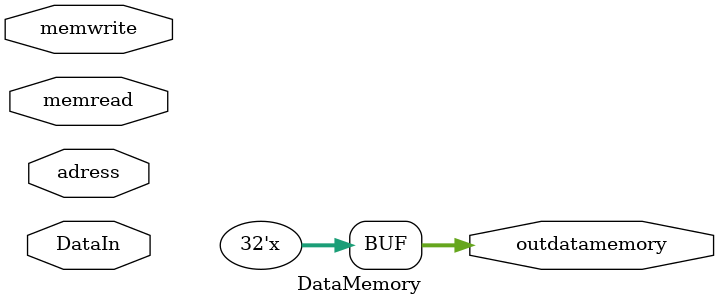
<source format=v>
`timescale 1ns/1ns


module DataMemory(
    
    //inputs
    input [31:0] DataIn,
    input memwrite,
    input memread,
    input [5:0]adress, 

    //outputs
    output reg [31:0] outdatamemory

);

reg [31:0] DataMemory [0:3];

always @*
begin
    if(memread)
    begin
        DataMemory[adress] = DataIn;
    end
    else if(memread)
    begin
        outdatamemory = DataMemory[adress];
    end
end

endmodule
</source>
